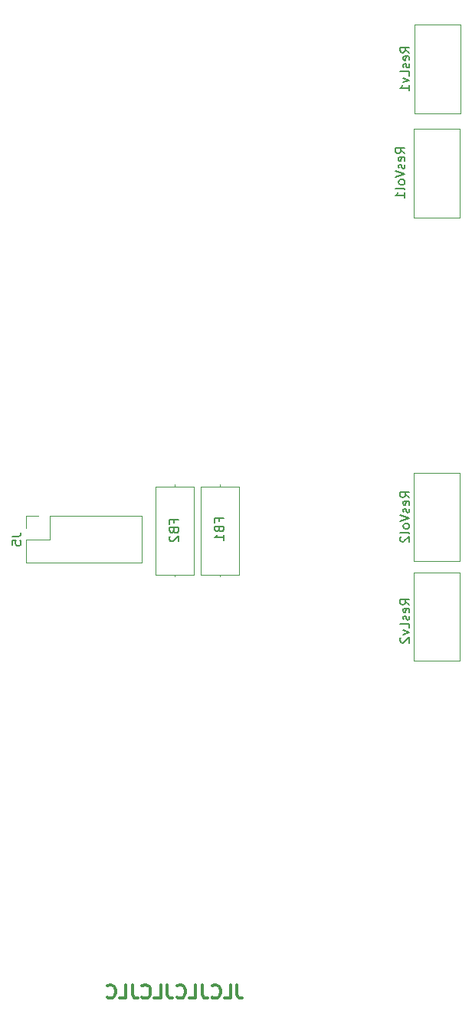
<source format=gbo>
G04 #@! TF.GenerationSoftware,KiCad,Pcbnew,(6.0.1)*
G04 #@! TF.CreationDate,2022-02-08T11:35:52+01:00*
G04 #@! TF.ProjectId,MS20-VCF,4d533230-2d56-4434-962e-6b696361645f,rev?*
G04 #@! TF.SameCoordinates,Original*
G04 #@! TF.FileFunction,Legend,Bot*
G04 #@! TF.FilePolarity,Positive*
%FSLAX46Y46*%
G04 Gerber Fmt 4.6, Leading zero omitted, Abs format (unit mm)*
G04 Created by KiCad (PCBNEW (6.0.1)) date 2022-02-08 11:35:52*
%MOMM*%
%LPD*%
G01*
G04 APERTURE LIST*
%ADD10C,0.300000*%
%ADD11C,0.150000*%
%ADD12C,0.120000*%
%ADD13R,1.600000X1.600000*%
%ADD14C,1.600000*%
%ADD15O,1.600000X1.600000*%
%ADD16R,1.700000X1.700000*%
%ADD17O,1.700000X1.700000*%
%ADD18R,1.500000X1.050000*%
%ADD19O,1.500000X1.050000*%
%ADD20C,2.000000*%
%ADD21O,2.000000X2.000000*%
%ADD22C,1.440000*%
G04 APERTURE END LIST*
D10*
X63928571Y-143678571D02*
X63928571Y-144750000D01*
X64000000Y-144964285D01*
X64142857Y-145107142D01*
X64357142Y-145178571D01*
X64500000Y-145178571D01*
X62500000Y-145178571D02*
X63214285Y-145178571D01*
X63214285Y-143678571D01*
X61142857Y-145035714D02*
X61214285Y-145107142D01*
X61428571Y-145178571D01*
X61571428Y-145178571D01*
X61785714Y-145107142D01*
X61928571Y-144964285D01*
X62000000Y-144821428D01*
X62071428Y-144535714D01*
X62071428Y-144321428D01*
X62000000Y-144035714D01*
X61928571Y-143892857D01*
X61785714Y-143750000D01*
X61571428Y-143678571D01*
X61428571Y-143678571D01*
X61214285Y-143750000D01*
X61142857Y-143821428D01*
X60071428Y-143678571D02*
X60071428Y-144750000D01*
X60142857Y-144964285D01*
X60285714Y-145107142D01*
X60500000Y-145178571D01*
X60642857Y-145178571D01*
X58642857Y-145178571D02*
X59357142Y-145178571D01*
X59357142Y-143678571D01*
X57285714Y-145035714D02*
X57357142Y-145107142D01*
X57571428Y-145178571D01*
X57714285Y-145178571D01*
X57928571Y-145107142D01*
X58071428Y-144964285D01*
X58142857Y-144821428D01*
X58214285Y-144535714D01*
X58214285Y-144321428D01*
X58142857Y-144035714D01*
X58071428Y-143892857D01*
X57928571Y-143750000D01*
X57714285Y-143678571D01*
X57571428Y-143678571D01*
X57357142Y-143750000D01*
X57285714Y-143821428D01*
X56214285Y-143678571D02*
X56214285Y-144750000D01*
X56285714Y-144964285D01*
X56428571Y-145107142D01*
X56642857Y-145178571D01*
X56785714Y-145178571D01*
X54785714Y-145178571D02*
X55499999Y-145178571D01*
X55499999Y-143678571D01*
X53428571Y-145035714D02*
X53499999Y-145107142D01*
X53714285Y-145178571D01*
X53857142Y-145178571D01*
X54071428Y-145107142D01*
X54214285Y-144964285D01*
X54285714Y-144821428D01*
X54357142Y-144535714D01*
X54357142Y-144321428D01*
X54285714Y-144035714D01*
X54214285Y-143892857D01*
X54071428Y-143750000D01*
X53857142Y-143678571D01*
X53714285Y-143678571D01*
X53499999Y-143750000D01*
X53428571Y-143821428D01*
X52357142Y-143678571D02*
X52357142Y-144750000D01*
X52428571Y-144964285D01*
X52571428Y-145107142D01*
X52785714Y-145178571D01*
X52928571Y-145178571D01*
X50928571Y-145178571D02*
X51642857Y-145178571D01*
X51642857Y-143678571D01*
X49571428Y-145035714D02*
X49642857Y-145107142D01*
X49857142Y-145178571D01*
X49999999Y-145178571D01*
X50214285Y-145107142D01*
X50357142Y-144964285D01*
X50428571Y-144821428D01*
X50499999Y-144535714D01*
X50499999Y-144321428D01*
X50428571Y-144035714D01*
X50357142Y-143892857D01*
X50214285Y-143750000D01*
X49999999Y-143678571D01*
X49857142Y-143678571D01*
X49642857Y-143750000D01*
X49571428Y-143821428D01*
D11*
X56928571Y-92666666D02*
X56928571Y-92333333D01*
X57452380Y-92333333D02*
X56452380Y-92333333D01*
X56452380Y-92809523D01*
X56928571Y-93523809D02*
X56976190Y-93666666D01*
X57023809Y-93714285D01*
X57119047Y-93761904D01*
X57261904Y-93761904D01*
X57357142Y-93714285D01*
X57404761Y-93666666D01*
X57452380Y-93571428D01*
X57452380Y-93190476D01*
X56452380Y-93190476D01*
X56452380Y-93523809D01*
X56500000Y-93619047D01*
X56547619Y-93666666D01*
X56642857Y-93714285D01*
X56738095Y-93714285D01*
X56833333Y-93666666D01*
X56880952Y-93619047D01*
X56928571Y-93523809D01*
X56928571Y-93190476D01*
X56547619Y-94142857D02*
X56500000Y-94190476D01*
X56452380Y-94285714D01*
X56452380Y-94523809D01*
X56500000Y-94619047D01*
X56547619Y-94666666D01*
X56642857Y-94714285D01*
X56738095Y-94714285D01*
X56880952Y-94666666D01*
X57452380Y-94095238D01*
X57452380Y-94714285D01*
X39047380Y-94161666D02*
X39761666Y-94161666D01*
X39904523Y-94114047D01*
X39999761Y-94018809D01*
X40047380Y-93875952D01*
X40047380Y-93780714D01*
X39047380Y-95114047D02*
X39047380Y-94637857D01*
X39523571Y-94590238D01*
X39475952Y-94637857D01*
X39428333Y-94733095D01*
X39428333Y-94971190D01*
X39475952Y-95066428D01*
X39523571Y-95114047D01*
X39618809Y-95161666D01*
X39856904Y-95161666D01*
X39952142Y-95114047D01*
X39999761Y-95066428D01*
X40047380Y-94971190D01*
X40047380Y-94733095D01*
X39999761Y-94637857D01*
X39952142Y-94590238D01*
X82952380Y-40714285D02*
X82476190Y-40380952D01*
X82952380Y-40142857D02*
X81952380Y-40142857D01*
X81952380Y-40523809D01*
X82000000Y-40619047D01*
X82047619Y-40666666D01*
X82142857Y-40714285D01*
X82285714Y-40714285D01*
X82380952Y-40666666D01*
X82428571Y-40619047D01*
X82476190Y-40523809D01*
X82476190Y-40142857D01*
X82904761Y-41523809D02*
X82952380Y-41428571D01*
X82952380Y-41238095D01*
X82904761Y-41142857D01*
X82809523Y-41095238D01*
X82428571Y-41095238D01*
X82333333Y-41142857D01*
X82285714Y-41238095D01*
X82285714Y-41428571D01*
X82333333Y-41523809D01*
X82428571Y-41571428D01*
X82523809Y-41571428D01*
X82619047Y-41095238D01*
X82904761Y-41952380D02*
X82952380Y-42047619D01*
X82952380Y-42238095D01*
X82904761Y-42333333D01*
X82809523Y-42380952D01*
X82761904Y-42380952D01*
X82666666Y-42333333D01*
X82619047Y-42238095D01*
X82619047Y-42095238D01*
X82571428Y-42000000D01*
X82476190Y-41952380D01*
X82428571Y-41952380D01*
X82333333Y-42000000D01*
X82285714Y-42095238D01*
X82285714Y-42238095D01*
X82333333Y-42333333D01*
X82952380Y-43285714D02*
X82952380Y-42809523D01*
X81952380Y-42809523D01*
X82285714Y-43523809D02*
X82952380Y-43761904D01*
X82285714Y-44000000D01*
X82952380Y-44904761D02*
X82952380Y-44333333D01*
X82952380Y-44619047D02*
X81952380Y-44619047D01*
X82095238Y-44523809D01*
X82190476Y-44428571D01*
X82238095Y-44333333D01*
X82452380Y-51857142D02*
X81976190Y-51523809D01*
X82452380Y-51285714D02*
X81452380Y-51285714D01*
X81452380Y-51666666D01*
X81500000Y-51761904D01*
X81547619Y-51809523D01*
X81642857Y-51857142D01*
X81785714Y-51857142D01*
X81880952Y-51809523D01*
X81928571Y-51761904D01*
X81976190Y-51666666D01*
X81976190Y-51285714D01*
X82404761Y-52666666D02*
X82452380Y-52571428D01*
X82452380Y-52380952D01*
X82404761Y-52285714D01*
X82309523Y-52238095D01*
X81928571Y-52238095D01*
X81833333Y-52285714D01*
X81785714Y-52380952D01*
X81785714Y-52571428D01*
X81833333Y-52666666D01*
X81928571Y-52714285D01*
X82023809Y-52714285D01*
X82119047Y-52238095D01*
X82404761Y-53095238D02*
X82452380Y-53190476D01*
X82452380Y-53380952D01*
X82404761Y-53476190D01*
X82309523Y-53523809D01*
X82261904Y-53523809D01*
X82166666Y-53476190D01*
X82119047Y-53380952D01*
X82119047Y-53238095D01*
X82071428Y-53142857D01*
X81976190Y-53095238D01*
X81928571Y-53095238D01*
X81833333Y-53142857D01*
X81785714Y-53238095D01*
X81785714Y-53380952D01*
X81833333Y-53476190D01*
X81452380Y-53809523D02*
X82452380Y-54142857D01*
X81452380Y-54476190D01*
X82452380Y-54952380D02*
X82404761Y-54857142D01*
X82357142Y-54809523D01*
X82261904Y-54761904D01*
X81976190Y-54761904D01*
X81880952Y-54809523D01*
X81833333Y-54857142D01*
X81785714Y-54952380D01*
X81785714Y-55095238D01*
X81833333Y-55190476D01*
X81880952Y-55238095D01*
X81976190Y-55285714D01*
X82261904Y-55285714D01*
X82357142Y-55238095D01*
X82404761Y-55190476D01*
X82452380Y-55095238D01*
X82452380Y-54952380D01*
X82452380Y-55857142D02*
X82404761Y-55761904D01*
X82309523Y-55714285D01*
X81452380Y-55714285D01*
X82452380Y-56761904D02*
X82452380Y-56190476D01*
X82452380Y-56476190D02*
X81452380Y-56476190D01*
X81595238Y-56380952D01*
X81690476Y-56285714D01*
X81738095Y-56190476D01*
X61928571Y-92516666D02*
X61928571Y-92183333D01*
X62452380Y-92183333D02*
X61452380Y-92183333D01*
X61452380Y-92659523D01*
X61928571Y-93373809D02*
X61976190Y-93516666D01*
X62023809Y-93564285D01*
X62119047Y-93611904D01*
X62261904Y-93611904D01*
X62357142Y-93564285D01*
X62404761Y-93516666D01*
X62452380Y-93421428D01*
X62452380Y-93040476D01*
X61452380Y-93040476D01*
X61452380Y-93373809D01*
X61500000Y-93469047D01*
X61547619Y-93516666D01*
X61642857Y-93564285D01*
X61738095Y-93564285D01*
X61833333Y-93516666D01*
X61880952Y-93469047D01*
X61928571Y-93373809D01*
X61928571Y-93040476D01*
X62452380Y-94564285D02*
X62452380Y-93992857D01*
X62452380Y-94278571D02*
X61452380Y-94278571D01*
X61595238Y-94183333D01*
X61690476Y-94088095D01*
X61738095Y-93992857D01*
X82952380Y-101714285D02*
X82476190Y-101380952D01*
X82952380Y-101142857D02*
X81952380Y-101142857D01*
X81952380Y-101523809D01*
X82000000Y-101619047D01*
X82047619Y-101666666D01*
X82142857Y-101714285D01*
X82285714Y-101714285D01*
X82380952Y-101666666D01*
X82428571Y-101619047D01*
X82476190Y-101523809D01*
X82476190Y-101142857D01*
X82904761Y-102523809D02*
X82952380Y-102428571D01*
X82952380Y-102238095D01*
X82904761Y-102142857D01*
X82809523Y-102095238D01*
X82428571Y-102095238D01*
X82333333Y-102142857D01*
X82285714Y-102238095D01*
X82285714Y-102428571D01*
X82333333Y-102523809D01*
X82428571Y-102571428D01*
X82523809Y-102571428D01*
X82619047Y-102095238D01*
X82904761Y-102952380D02*
X82952380Y-103047619D01*
X82952380Y-103238095D01*
X82904761Y-103333333D01*
X82809523Y-103380952D01*
X82761904Y-103380952D01*
X82666666Y-103333333D01*
X82619047Y-103238095D01*
X82619047Y-103095238D01*
X82571428Y-103000000D01*
X82476190Y-102952380D01*
X82428571Y-102952380D01*
X82333333Y-103000000D01*
X82285714Y-103095238D01*
X82285714Y-103238095D01*
X82333333Y-103333333D01*
X82952380Y-104285714D02*
X82952380Y-103809523D01*
X81952380Y-103809523D01*
X82285714Y-104523809D02*
X82952380Y-104761904D01*
X82285714Y-105000000D01*
X82047619Y-105333333D02*
X82000000Y-105380952D01*
X81952380Y-105476190D01*
X81952380Y-105714285D01*
X82000000Y-105809523D01*
X82047619Y-105857142D01*
X82142857Y-105904761D01*
X82238095Y-105904761D01*
X82380952Y-105857142D01*
X82952380Y-105285714D01*
X82952380Y-105904761D01*
X82952380Y-89857142D02*
X82476190Y-89523809D01*
X82952380Y-89285714D02*
X81952380Y-89285714D01*
X81952380Y-89666666D01*
X82000000Y-89761904D01*
X82047619Y-89809523D01*
X82142857Y-89857142D01*
X82285714Y-89857142D01*
X82380952Y-89809523D01*
X82428571Y-89761904D01*
X82476190Y-89666666D01*
X82476190Y-89285714D01*
X82904761Y-90666666D02*
X82952380Y-90571428D01*
X82952380Y-90380952D01*
X82904761Y-90285714D01*
X82809523Y-90238095D01*
X82428571Y-90238095D01*
X82333333Y-90285714D01*
X82285714Y-90380952D01*
X82285714Y-90571428D01*
X82333333Y-90666666D01*
X82428571Y-90714285D01*
X82523809Y-90714285D01*
X82619047Y-90238095D01*
X82904761Y-91095238D02*
X82952380Y-91190476D01*
X82952380Y-91380952D01*
X82904761Y-91476190D01*
X82809523Y-91523809D01*
X82761904Y-91523809D01*
X82666666Y-91476190D01*
X82619047Y-91380952D01*
X82619047Y-91238095D01*
X82571428Y-91142857D01*
X82476190Y-91095238D01*
X82428571Y-91095238D01*
X82333333Y-91142857D01*
X82285714Y-91238095D01*
X82285714Y-91380952D01*
X82333333Y-91476190D01*
X81952380Y-91809523D02*
X82952380Y-92142857D01*
X81952380Y-92476190D01*
X82952380Y-92952380D02*
X82904761Y-92857142D01*
X82857142Y-92809523D01*
X82761904Y-92761904D01*
X82476190Y-92761904D01*
X82380952Y-92809523D01*
X82333333Y-92857142D01*
X82285714Y-92952380D01*
X82285714Y-93095238D01*
X82333333Y-93190476D01*
X82380952Y-93238095D01*
X82476190Y-93285714D01*
X82761904Y-93285714D01*
X82857142Y-93238095D01*
X82904761Y-93190476D01*
X82952380Y-93095238D01*
X82952380Y-92952380D01*
X82952380Y-93857142D02*
X82904761Y-93761904D01*
X82809523Y-93714285D01*
X81952380Y-93714285D01*
X82047619Y-94190476D02*
X82000000Y-94238095D01*
X81952380Y-94333333D01*
X81952380Y-94571428D01*
X82000000Y-94666666D01*
X82047619Y-94714285D01*
X82142857Y-94761904D01*
X82238095Y-94761904D01*
X82380952Y-94714285D01*
X82952380Y-94142857D01*
X82952380Y-94761904D01*
D12*
X59120000Y-98370000D02*
X54880000Y-98370000D01*
X57000000Y-88390000D02*
X57000000Y-88630000D01*
X54880000Y-88630000D02*
X59120000Y-88630000D01*
X59120000Y-88630000D02*
X59120000Y-98370000D01*
X54880000Y-98370000D02*
X54880000Y-88630000D01*
X57000000Y-98610000D02*
X57000000Y-98370000D01*
X53415000Y-91895000D02*
X53415000Y-97095000D01*
X41925000Y-91895000D02*
X40595000Y-91895000D01*
X40595000Y-97095000D02*
X53415000Y-97095000D01*
X43195000Y-94495000D02*
X40595000Y-94495000D01*
X40595000Y-91895000D02*
X40595000Y-93225000D01*
X40595000Y-94495000D02*
X40595000Y-97095000D01*
X43195000Y-91895000D02*
X43195000Y-94495000D01*
X43195000Y-91895000D02*
X53415000Y-91895000D01*
X83545000Y-37655000D02*
X88615000Y-37655000D01*
X88615000Y-47425000D02*
X88615000Y-37655000D01*
X83545000Y-47425000D02*
X88615000Y-47425000D01*
X83545000Y-47425000D02*
X83545000Y-37655000D01*
X83465000Y-49155000D02*
X88535000Y-49155000D01*
X88535000Y-58925000D02*
X88535000Y-49155000D01*
X83465000Y-58925000D02*
X88535000Y-58925000D01*
X83465000Y-58925000D02*
X83465000Y-49155000D01*
X59880000Y-98370000D02*
X59880000Y-88630000D01*
X59880000Y-88630000D02*
X64120000Y-88630000D01*
X62000000Y-88390000D02*
X62000000Y-88630000D01*
X62000000Y-98610000D02*
X62000000Y-98370000D01*
X64120000Y-88630000D02*
X64120000Y-98370000D01*
X64120000Y-98370000D02*
X59880000Y-98370000D01*
X88535000Y-98155000D02*
X83465000Y-98155000D01*
X83465000Y-98155000D02*
X83465000Y-107925000D01*
X88535000Y-98155000D02*
X88535000Y-107925000D01*
X88535000Y-107925000D02*
X83465000Y-107925000D01*
X83465000Y-87155000D02*
X83465000Y-96925000D01*
X88535000Y-96925000D02*
X83465000Y-96925000D01*
X88535000Y-87155000D02*
X83465000Y-87155000D01*
X88535000Y-87155000D02*
X88535000Y-96925000D01*
%LPC*%
D13*
X66500000Y-89000000D03*
D14*
X68500000Y-89000000D03*
D13*
X68455113Y-95500000D03*
D14*
X66455113Y-95500000D03*
X87000000Y-60500000D03*
X87000000Y-65500000D03*
D13*
X45000000Y-61500000D03*
D14*
X47000000Y-61500000D03*
X69500000Y-107500000D03*
X64500000Y-107500000D03*
X34000000Y-113000000D03*
X34000000Y-118000000D03*
D13*
X81500000Y-38880000D03*
D15*
X81500000Y-46500000D03*
D13*
X81500000Y-58000000D03*
D15*
X81500000Y-50380000D03*
D13*
X78000000Y-46500000D03*
D15*
X78000000Y-38880000D03*
D13*
X78000000Y-50380000D03*
D15*
X78000000Y-58000000D03*
D13*
X74500000Y-46500000D03*
D15*
X74500000Y-38880000D03*
D13*
X74500000Y-58000000D03*
D15*
X74500000Y-50380000D03*
D16*
X87000000Y-69000000D03*
D17*
X87000000Y-71540000D03*
X87000000Y-74080000D03*
X87000000Y-76620000D03*
X87000000Y-79160000D03*
X87000000Y-81700000D03*
D16*
X33000000Y-130000000D03*
D17*
X33000000Y-132540000D03*
X33000000Y-135080000D03*
X33000000Y-137620000D03*
X33000000Y-140160000D03*
X33000000Y-142700000D03*
D18*
X71000000Y-75270000D03*
D19*
X71000000Y-74000000D03*
X71000000Y-72730000D03*
D18*
X65140000Y-72730000D03*
D19*
X65140000Y-74000000D03*
X65140000Y-75270000D03*
D18*
X57360000Y-121770000D03*
D19*
X57360000Y-120500000D03*
X57360000Y-119230000D03*
D14*
X57500000Y-59840000D03*
D15*
X57500000Y-70000000D03*
D14*
X36400000Y-77420000D03*
D15*
X36400000Y-87580000D03*
D14*
X54000000Y-72840000D03*
D15*
X54000000Y-83000000D03*
D14*
X54000000Y-70000000D03*
D15*
X54000000Y-59840000D03*
D14*
X61000000Y-70000000D03*
D15*
X61000000Y-59840000D03*
D14*
X74080000Y-80000000D03*
D15*
X63920000Y-80000000D03*
D14*
X51080000Y-66000000D03*
D15*
X40920000Y-66000000D03*
D14*
X51080000Y-49500000D03*
D15*
X40920000Y-49500000D03*
D14*
X51080000Y-56500000D03*
D15*
X40920000Y-56500000D03*
D14*
X40920000Y-53000000D03*
D15*
X51080000Y-53000000D03*
D14*
X70000000Y-38920000D03*
D15*
X70000000Y-49080000D03*
D14*
X60500000Y-137080000D03*
D15*
X60500000Y-126920000D03*
D14*
X51000000Y-109080000D03*
D15*
X51000000Y-98920000D03*
D14*
X57000000Y-126920000D03*
D15*
X57000000Y-137080000D03*
D14*
X58000000Y-102420000D03*
D15*
X58000000Y-112580000D03*
D14*
X77920000Y-122500000D03*
D15*
X88080000Y-122500000D03*
D14*
X64000000Y-137080000D03*
D15*
X64000000Y-126920000D03*
D14*
X54500000Y-102420000D03*
D15*
X54500000Y-112580000D03*
D14*
X53500000Y-137080000D03*
D15*
X53500000Y-126920000D03*
D14*
X46500000Y-137080000D03*
D15*
X46500000Y-126920000D03*
D14*
X50000000Y-137080000D03*
D15*
X50000000Y-126920000D03*
D14*
X50000000Y-124580000D03*
D15*
X50000000Y-114420000D03*
D14*
X61500000Y-102420000D03*
D15*
X61500000Y-112580000D03*
D14*
X73000000Y-119580000D03*
D15*
X73000000Y-109420000D03*
D13*
X39200000Y-101600000D03*
D15*
X39200000Y-104140000D03*
X39200000Y-106680000D03*
X39200000Y-109220000D03*
X39200000Y-111760000D03*
X39200000Y-114300000D03*
X39200000Y-116840000D03*
X39200000Y-119380000D03*
X46820000Y-119380000D03*
X46820000Y-116840000D03*
X46820000Y-114300000D03*
X46820000Y-111760000D03*
X46820000Y-109220000D03*
X46820000Y-106680000D03*
X46820000Y-104140000D03*
X46820000Y-101600000D03*
D13*
X78200000Y-111200000D03*
D15*
X78200000Y-113740000D03*
X78200000Y-116280000D03*
X78200000Y-118820000D03*
X85820000Y-118820000D03*
X85820000Y-116280000D03*
X85820000Y-113740000D03*
X85820000Y-111200000D03*
D16*
X87000000Y-130000000D03*
D17*
X87000000Y-132540000D03*
X87000000Y-135080000D03*
X87000000Y-137620000D03*
X87000000Y-140160000D03*
X87000000Y-142700000D03*
D14*
X70500000Y-70080000D03*
D15*
X70500000Y-59920000D03*
D13*
X33544888Y-123000000D03*
D14*
X35544888Y-123000000D03*
D13*
X74200000Y-61200000D03*
D15*
X74200000Y-63740000D03*
X74200000Y-66280000D03*
X74200000Y-68820000D03*
X81820000Y-68820000D03*
X81820000Y-66280000D03*
X81820000Y-63740000D03*
X81820000Y-61200000D03*
D18*
X63000000Y-121770000D03*
D19*
X63000000Y-120500000D03*
X63000000Y-119230000D03*
D14*
X64500000Y-103000000D03*
X69500000Y-103000000D03*
D13*
X73000000Y-95500000D03*
D15*
X73000000Y-87880000D03*
D13*
X76500000Y-87880000D03*
D15*
X76500000Y-95500000D03*
D13*
X80000000Y-87880000D03*
D15*
X80000000Y-95500000D03*
D13*
X76500000Y-98880000D03*
D15*
X76500000Y-106500000D03*
D13*
X73000000Y-106500000D03*
D15*
X73000000Y-98880000D03*
D13*
X80000000Y-98880000D03*
D15*
X80000000Y-106500000D03*
D14*
X66500000Y-83500000D03*
X71500000Y-83500000D03*
X39500000Y-77420000D03*
D15*
X39500000Y-87580000D03*
D14*
X57500000Y-83000000D03*
D15*
X57500000Y-72840000D03*
D14*
X61000000Y-72920000D03*
D15*
X61000000Y-83080000D03*
D13*
X50300000Y-87200000D03*
D15*
X50300000Y-84660000D03*
X50300000Y-82120000D03*
X50300000Y-79580000D03*
X50300000Y-77040000D03*
X50300000Y-74500000D03*
X50300000Y-71960000D03*
X50300000Y-69420000D03*
X42680000Y-69420000D03*
X42680000Y-71960000D03*
X42680000Y-74500000D03*
X42680000Y-77040000D03*
X42680000Y-79580000D03*
X42680000Y-82120000D03*
X42680000Y-84660000D03*
X42680000Y-87200000D03*
D16*
X33000000Y-69000000D03*
D17*
X33000000Y-71540000D03*
X33000000Y-74080000D03*
X33000000Y-76620000D03*
X33000000Y-79160000D03*
X33000000Y-81700000D03*
D14*
X38000000Y-70000000D03*
X38000000Y-75000000D03*
X38000000Y-141080000D03*
D15*
X38000000Y-130920000D03*
D14*
X41500000Y-141080000D03*
D15*
X41500000Y-130920000D03*
D13*
X33544888Y-99500000D03*
D14*
X35544888Y-99500000D03*
D13*
X35044888Y-93000000D03*
D14*
X37044888Y-93000000D03*
D20*
X57000000Y-99850000D03*
D21*
X57000000Y-87150000D03*
D16*
X41925000Y-93225000D03*
D17*
X41925000Y-95765000D03*
X44465000Y-93225000D03*
X44465000Y-95765000D03*
X47005000Y-93225000D03*
X47005000Y-95765000D03*
X49545000Y-93225000D03*
X49545000Y-95765000D03*
X52085000Y-93225000D03*
X52085000Y-95765000D03*
D22*
X86080000Y-45080000D03*
X86080000Y-42540000D03*
X86080000Y-40000000D03*
X86000000Y-56580000D03*
X86000000Y-54040000D03*
X86000000Y-51500000D03*
D20*
X62000000Y-87150000D03*
D21*
X62000000Y-99850000D03*
D22*
X86000000Y-100500000D03*
X86000000Y-103040000D03*
X86000000Y-105580000D03*
X86000000Y-89500000D03*
X86000000Y-92040000D03*
X86000000Y-94580000D03*
M02*

</source>
